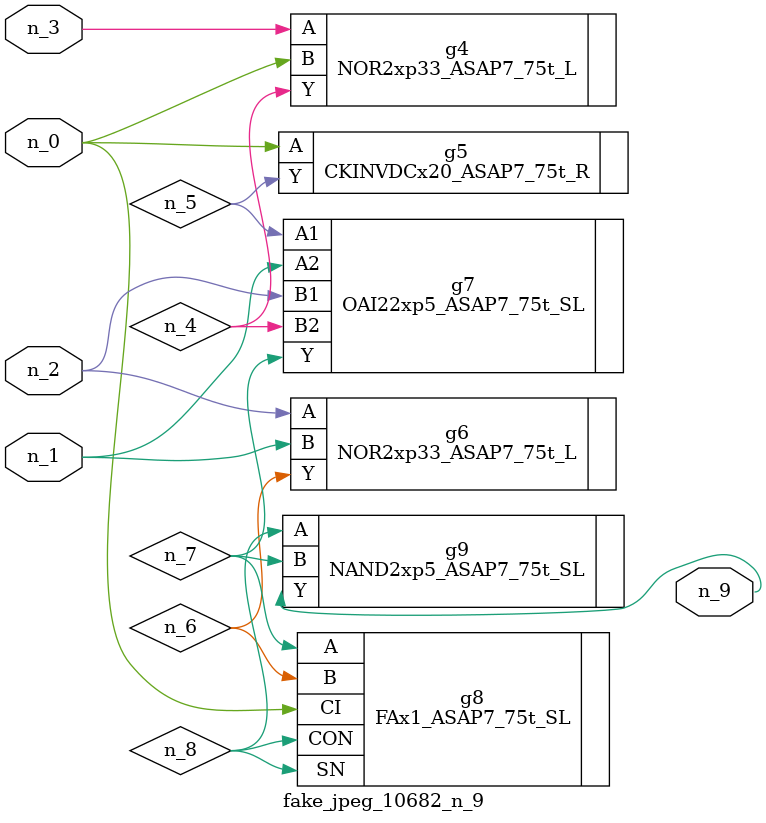
<source format=v>
module fake_jpeg_10682_n_9 (n_0, n_3, n_2, n_1, n_9);

input n_0;
input n_3;
input n_2;
input n_1;

output n_9;

wire n_4;
wire n_8;
wire n_6;
wire n_5;
wire n_7;

NOR2xp33_ASAP7_75t_L g4 ( 
.A(n_3),
.B(n_0),
.Y(n_4)
);

CKINVDCx20_ASAP7_75t_R g5 ( 
.A(n_0),
.Y(n_5)
);

NOR2xp33_ASAP7_75t_L g6 ( 
.A(n_2),
.B(n_1),
.Y(n_6)
);

OAI22xp5_ASAP7_75t_SL g7 ( 
.A1(n_5),
.A2(n_1),
.B1(n_2),
.B2(n_4),
.Y(n_7)
);

FAx1_ASAP7_75t_SL g8 ( 
.A(n_7),
.B(n_6),
.CI(n_0),
.CON(n_8),
.SN(n_8)
);

NAND2xp5_ASAP7_75t_SL g9 ( 
.A(n_8),
.B(n_7),
.Y(n_9)
);


endmodule
</source>
